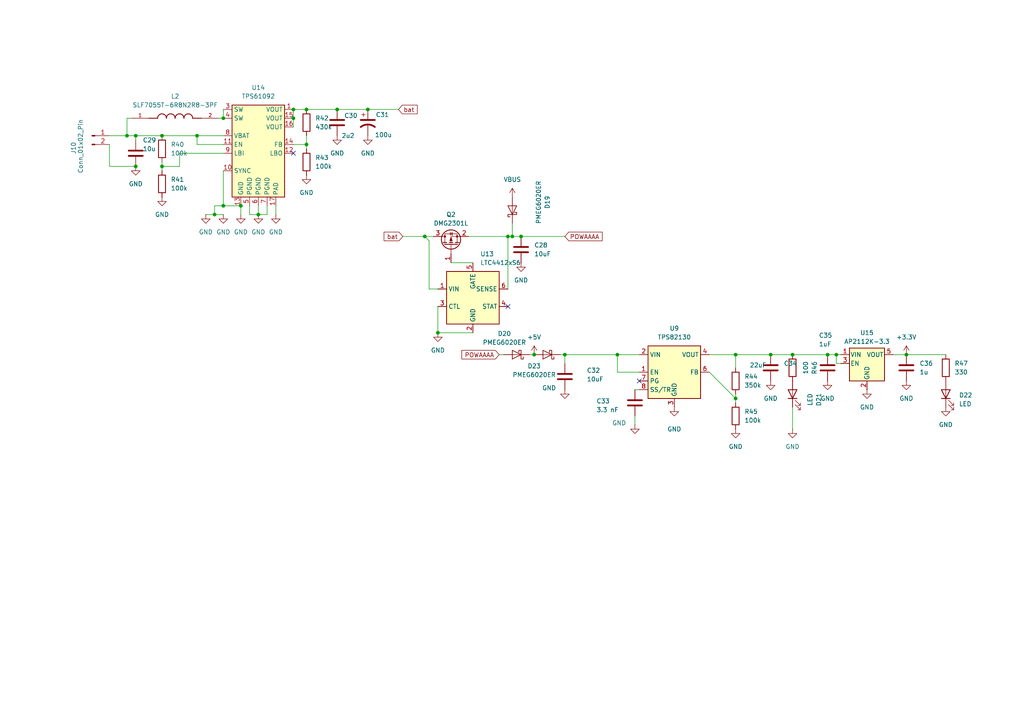
<source format=kicad_sch>
(kicad_sch (version 20250114) (generator "eeschema") (generator_version "9.0")
  (paper "A4")
  (lib_symbols
    (symbol "Connector:Conn_01x02_Pin" (pin_names (offset 1.016) (hide yes))
      (property "Reference" "J" (at 0 2.54 0))
      (property "Value" "Conn_01x02_Pin" (at 0 -5.08 0))
      (symbol "Conn_01x02_Pin_1_1"
        (rectangle (start 0.8636 0.127) (end 0 -0.127) (stroke (width 0.1524)) (fill (type outline)))
        (rectangle (start 0.8636 -2.413) (end 0 -2.667) (stroke (width 0.1524)) (fill (type outline)))
        (polyline (pts (xy 1.27 0) (xy 0.8636 0)) (stroke (width 0.1524)))
        (polyline (pts (xy 1.27 -2.54) (xy 0.8636 -2.54)) (stroke (width 0.1524)))
        (pin passive line (at 5.08 0 180) (length 3.81) (name "Pin_1") (number "1"))
        (pin passive line (at 5.08 -2.54 180) (length 3.81) (name "Pin_2") (number "2"))
      )
    )
    (symbol "Device:C" (pin_numbers (hide yes)) (pin_names (offset 0.254))
      (property "Reference" "C" (at 0.635 2.54 0))
      (property "Value" "C" (at 0.635 -2.54 0))
      (symbol "C_0_1"
        (polyline (pts (xy -2.032 0.762) (xy 2.032 0.762)) (stroke (width 0.508)))
        (polyline (pts (xy -2.032 -0.762) (xy 2.032 -0.762)) (stroke (width 0.508)))
      )
      (symbol "C_1_1"
        (pin passive line (at 0 3.81 270) (length 2.794) (name "~") (number "1"))
        (pin passive line (at 0 -3.81 90) (length 2.794) (name "~") (number "2"))
      )
    )
    (symbol "Device:C_Polarized_US" (pin_numbers (hide yes)) (pin_names (offset 0.254) (hide yes))
      (property "Reference" "C" (at 0.635 2.54 0))
      (property "Value" "C_Polarized_US" (at 0.635 -2.54 0))
      (symbol "C_Polarized_US_0_1"
        (polyline (pts (xy -2.032 0.762) (xy 2.032 0.762)) (stroke (width 0.508)))
        (polyline (pts (xy -1.778 2.286) (xy -0.762 2.286)))
        (polyline (pts (xy -1.27 1.778) (xy -1.27 2.794)))
        (arc (start -2.032 -1.27) (mid 0 -0.5572) (end 2.032 -1.27) (stroke (width 0.508)))
      )
      (symbol "C_Polarized_US_1_1"
        (pin passive line (at 0 3.81 270) (length 2.794) (name "~") (number "1"))
        (pin passive line (at 0 -3.81 90) (length 3.302) (name "~") (number "2"))
      )
    )
    (symbol "Device:LED" (pin_numbers (hide yes)) (pin_names (offset 1.016) (hide yes))
      (property "Reference" "D" (at 0 2.54 0))
      (property "Value" "LED" (at 0 -2.54 0))
      (symbol "LED_0_1"
        (polyline (pts (xy -3.048 -0.762) (xy -4.572 -2.286) (xy -3.81 -2.286) (xy -4.572 -2.286) (xy -4.572 -1.524)))
        (polyline (pts (xy -1.778 -0.762) (xy -3.302 -2.286) (xy -2.54 -2.286) (xy -3.302 -2.286) (xy -3.302 -1.524)))
        (polyline (pts (xy -1.27 0) (xy 1.27 0)))
        (polyline (pts (xy -1.27 -1.27) (xy -1.27 1.27)) (stroke (width 0.254)))
        (polyline (pts (xy 1.27 -1.27) (xy 1.27 1.27) (xy -1.27 0) (xy 1.27 -1.27)) (stroke (width 0.254)))
      )
      (symbol "LED_1_1"
        (pin passive line (at -3.81 0 0) (length 2.54) (name "K") (number "1"))
        (pin passive line (at 3.81 0 180) (length 2.54) (name "A") (number "2"))
      )
    )
    (symbol "Device:R" (pin_numbers (hide yes)) (pin_names (offset 0))
      (property "Reference" "R" (at 2.032 0 90))
      (property "Value" "R" (at 0 0 90))
      (symbol "R_0_1"
        (rectangle (start -1.016 -2.54) (end 1.016 2.54) (stroke (width 0.254)))
      )
      (symbol "R_1_1"
        (pin passive line (at 0 3.81 270) (length 1.27) (name "~") (number "1"))
        (pin passive line (at 0 -3.81 90) (length 1.27) (name "~") (number "2"))
      )
    )
    (symbol "Diode:PMEG6020ER" (pin_numbers (hide yes)) (pin_names (hide yes))
      (property "Reference" "D" (at 0 2.54 0))
      (property "Value" "PMEG6020ER" (at 0 -2.54 0))
      (symbol "PMEG6020ER_0_1"
        (polyline (pts (xy -1.905 0.635) (xy -1.905 1.27) (xy -1.27 1.27) (xy -1.27 -1.27) (xy -0.635 -1.27) (xy -0.635 -0.635)) (stroke (width 0.2032)))
        (polyline (pts (xy 1.27 1.27) (xy 1.27 -1.27) (xy -1.27 0) (xy 1.27 1.27)) (stroke (width 0.2032)))
        (polyline (pts (xy 1.27 0) (xy -1.27 0)))
      )
      (symbol "PMEG6020ER_1_1"
        (pin passive line (at -3.81 0 0) (length 2.54) (name "K") (number "1"))
        (pin passive line (at 3.81 0 180) (length 2.54) (name "A") (number "2"))
      )
    )
    (symbol "Power_Management:LTC4412xS6"
      (property "Reference" "U" (at -6.35 8.89 0))
      (property "Value" "LTC4412xS6" (at 6.35 8.89 0))
      (symbol "LTC4412xS6_0_1"
        (rectangle (start -7.62 7.62) (end 7.62 -7.62) (stroke (width 0.254)) (fill (type background)))
      )
      (symbol "LTC4412xS6_1_1"
        (pin power_in line (at -10.16 2.54 0) (length 2.54) (name "VIN") (number "1"))
        (pin input line (at -10.16 -2.54 0) (length 2.54) (name "CTL") (number "3"))
        (pin output line (at 0 10.16 270) (length 2.54) (name "GATE") (number "5"))
        (pin power_in line (at 0 -10.16 90) (length 2.54) (name "GND") (number "2"))
        (pin input line (at 10.16 2.54 180) (length 2.54) (name "SENSE") (number "6"))
        (pin open_collector line (at 10.16 -2.54 180) (length 2.54) (name "STAT") (number "4"))
      )
    )
    (symbol "Regulator_Linear:AP2112K-3.3" (pin_names (offset 0.254))
      (property "Reference" "U" (at -5.08 5.715 0))
      (property "Value" "AP2112K-3.3" (at 0 5.715 0))
      (symbol "AP2112K-3.3_0_1"
        (rectangle (start -5.08 4.445) (end 5.08 -5.08) (stroke (width 0.254)) (fill (type background)))
      )
      (symbol "AP2112K-3.3_1_1"
        (pin power_in line (at -7.62 2.54 0) (length 2.54) (name "VIN") (number "1"))
        (pin input line (at -7.62 0 0) (length 2.54) (name "EN") (number "3"))
        (pin power_in line (at 0 -7.62 90) (length 2.54) (name "GND") (number "2"))
        (pin no_connect line (at 5.08 0 180) (length 2.54) (hide yes) (name "NC") (number "4"))
        (pin power_out line (at 7.62 2.54 180) (length 2.54) (name "VOUT") (number "5"))
      )
    )
    (symbol "Regulator_Switching:TPS61092"
      (property "Reference" "U" (at -7.62 15.24 0))
      (property "Value" "TPS61092" (at 1.27 15.24 0))
      (symbol "TPS61092_0_0"
        (pin passive line (at -10.16 12.7 0) (length 2.54) (name "SW") (number "3"))
        (pin passive line (at -10.16 10.16 0) (length 2.54) (name "SW") (number "4"))
        (pin power_in line (at -10.16 5.08 0) (length 2.54) (name "VBAT") (number "8"))
        (pin input line (at -10.16 2.54 0) (length 2.54) (name "EN") (number "11"))
        (pin input line (at -10.16 0 0) (length 2.54) (name "LBI") (number "9"))
        (pin input line (at -10.16 -5.08 0) (length 2.54) (name "SYNC") (number "10"))
        (pin power_in line (at -5.08 -15.24 90) (length 2.54) (name "GND") (number "13"))
        (pin power_in line (at -2.54 -15.24 90) (length 2.54) (name "PGND") (number "5"))
        (pin power_in line (at 0 -15.24 90) (length 2.54) (name "PGND") (number "6"))
        (pin power_in line (at 2.54 -15.24 90) (length 2.54) (name "PGND") (number "7"))
        (pin power_in line (at 5.08 -15.24 90) (length 2.54) (name "PAD") (number "17"))
        (pin power_out line (at 10.16 12.7 180) (length 2.54) (name "VOUT") (number "1"))
        (pin passive line (at 10.16 10.16 180) (length 2.54) (name "VOUT") (number "15"))
        (pin passive line (at 10.16 7.62 180) (length 2.54) (name "VOUT") (number "16"))
        (pin input line (at 10.16 2.54 180) (length 2.54) (name "FB") (number "14"))
        (pin open_collector line (at 10.16 0 180) (length 2.54) (name "LBO") (number "12"))
        (pin no_connect line (at 10.16 -5.08 180) (length 2.54) (hide yes) (name "NC") (number "2"))
      )
      (symbol "TPS61092_0_1"
        (rectangle (start -7.62 13.97) (end 7.62 -12.7) (stroke (width 0.254)) (fill (type background)))
      )
    )
    (symbol "Regulator_Switching:TPS82130"
      (property "Reference" "U" (at 1.27 11.43 0))
      (property "Value" "TPS82130" (at 5.08 8.89 0))
      (symbol "TPS82130_0_1"
        (rectangle (start -7.62 7.62) (end 7.62 -7.62) (stroke (width 0.254)) (fill (type background)))
      )
      (symbol "TPS82130_1_1"
        (pin power_in line (at -10.16 5.08 0) (length 2.54) (name "VIN") (number "2"))
        (pin input line (at -10.16 0 0) (length 2.54) (name "EN") (number "1"))
        (pin open_collector line (at -10.16 -2.54 0) (length 2.54) (name "PG") (number "7"))
        (pin input line (at -10.16 -5.08 0) (length 2.54) (name "SS/TR") (number "8"))
        (pin power_in line (at 0 -10.16 90) (length 2.54) (name "GND") (number "3"))
        (pin passive line (at 0 -10.16 90) (length 2.54) (hide yes) (name "GND") (number "9"))
        (pin power_out line (at 10.16 5.08 180) (length 2.54) (name "VOUT") (number "4"))
        (pin passive line (at 10.16 5.08 180) (length 2.54) (hide yes) (name "VOUT") (number "5"))
        (pin input line (at 10.16 0 180) (length 2.54) (name "FB") (number "6"))
      )
    )
    (symbol "SLF7055T-6R8N2R8-3PF[1]:SLF7055T-6R8N2R8-3PF" (pin_names (offset 1.016))
      (property "Reference" "L" (at -10.16 5.08 0))
      (property "Value" "SLF7055T-6R8N2R8-3PF" (at -10.16 -5.08 0))
      (symbol "SLF7055T-6R8N2R8-3PF_0_0"
        (polyline (pts (xy -5.08 0) (xy -7.62 0)) (stroke (width 0.254)))
        (arc (start -5.08 0) (mid -3.81 1.2645) (end -2.54 0) (stroke (width 0.254)))
        (arc (start -2.54 0) (mid -1.27 1.2645) (end 0 0) (stroke (width 0.254)))
        (arc (start 0 0) (mid 1.27 1.2645) (end 2.54 0) (stroke (width 0.254)))
        (arc (start 2.54 0) (mid 3.81 1.2645) (end 5.08 0) (stroke (width 0.254)))
        (polyline (pts (xy 5.08 0) (xy 7.62 0)) (stroke (width 0.254)))
        (pin passive line (at -12.7 0 0) (length 5.08) (name "~") (number "1"))
        (pin passive line (at 12.7 0 180) (length 5.08) (name "~") (number "2"))
      )
    )
    (symbol "Transistor_FET:DMG2301L" (pin_names (hide yes))
      (property "Reference" "Q" (at 5.08 1.905 0))
      (property "Value" "DMG2301L" (at 5.08 0 0))
      (symbol "DMG2301L_0_1"
        (polyline (pts (xy 0.254 1.905) (xy 0.254 -1.905)) (stroke (width 0.254)))
        (polyline (pts (xy 0.254 0) (xy -2.54 0)))
        (polyline (pts (xy 0.762 2.286) (xy 0.762 1.27)) (stroke (width 0.254)))
        (polyline (pts (xy 0.762 1.778) (xy 3.302 1.778) (xy 3.302 -1.778) (xy 0.762 -1.778)))
        (polyline (pts (xy 0.762 0.508) (xy 0.762 -0.508)) (stroke (width 0.254)))
        (polyline (pts (xy 0.762 -1.27) (xy 0.762 -2.286)) (stroke (width 0.254)))
        (circle (center 1.651 0) (radius 2.794) (stroke (width 0.254)))
        (polyline (pts (xy 2.286 0) (xy 1.27 0.381) (xy 1.27 -0.381) (xy 2.286 0)) (fill (type outline)))
        (polyline (pts (xy 2.54 2.54) (xy 2.54 1.778)))
        (circle (center 2.54 1.778) (radius 0.254) (fill (type outline)))
        (circle (center 2.54 -1.778) (radius 0.254) (fill (type outline)))
        (polyline (pts (xy 2.54 -2.54) (xy 2.54 0) (xy 0.762 0)))
        (polyline (pts (xy 2.794 -0.508) (xy 2.921 -0.381) (xy 3.683 -0.381) (xy 3.81 -0.254)))
        (polyline (pts (xy 3.302 -0.381) (xy 2.921 0.254) (xy 3.683 0.254) (xy 3.302 -0.381)))
      )
      (symbol "DMG2301L_1_1"
        (pin input line (at -5.08 0 0) (length 2.54) (name "G") (number "1"))
        (pin passive line (at 2.54 5.08 270) (length 2.54) (name "D") (number "3"))
        (pin passive line (at 2.54 -5.08 90) (length 2.54) (name "S") (number "2"))
      )
    )
    (symbol "power:+3.3V" (power) (pin_numbers (hide yes)) (pin_names (offset 0) (hide yes))
      (property "Value" "+3.3V" (at 0 3.556 0))
      (symbol "+3.3V_0_1"
        (polyline (pts (xy -0.762 1.27) (xy 0 2.54)))
        (polyline (pts (xy 0 2.54) (xy 0.762 1.27)))
        (polyline (pts (xy 0 0) (xy 0 2.54)))
      )
      (symbol "+3.3V_1_1"
        (pin power_in line (at 0 0 90) (length 0) (name "~") (number "1"))
      )
    )
    (symbol "power:+5V" (power) (pin_numbers (hide yes)) (pin_names (offset 0) (hide yes))
      (property "Value" "+5V" (at 0 3.556 0))
      (symbol "+5V_0_1"
        (polyline (pts (xy -0.762 1.27) (xy 0 2.54)))
        (polyline (pts (xy 0 2.54) (xy 0.762 1.27)))
        (polyline (pts (xy 0 0) (xy 0 2.54)))
      )
      (symbol "+5V_1_1"
        (pin power_in line (at 0 0 90) (length 0) (name "~") (number "1"))
      )
    )
    (symbol "power:GND" (power) (pin_numbers (hide yes)) (pin_names (offset 0) (hide yes))
      (property "Value" "GND" (at 0 -3.81 0))
      (symbol "GND_0_1"
        (polyline (pts (xy 0 0) (xy 0 -1.27) (xy 1.27 -1.27) (xy 0 -2.54) (xy -1.27 -1.27) (xy 0 -1.27)))
      )
      (symbol "GND_1_1"
        (pin power_in line (at 0 0 270) (length 0) (name "~") (number "1"))
      )
    )
    (symbol "power:VBUS" (power) (pin_numbers (hide yes)) (pin_names (offset 0) (hide yes))
      (property "Value" "VBUS" (at 0 3.556 0))
      (symbol "VBUS_0_1"
        (polyline (pts (xy -0.762 1.27) (xy 0 2.54)))
        (polyline (pts (xy 0 2.54) (xy 0.762 1.27)))
        (polyline (pts (xy 0 0) (xy 0 2.54)))
      )
      (symbol "VBUS_1_1"
        (pin power_in line (at 0 0 90) (length 0) (name "~") (number "1"))
      )
    )
  )
  (junction (at 97.79 31.75))
  (junction (at 46.99 48.26))
  (junction (at 213.36 102.87))
  (junction (at 36.83 39.37))
  (junction (at 179.07 102.87))
  (junction (at 127 96.52))
  (junction (at 242.57 102.87))
  (junction (at 106.68 31.75))
  (junction (at 85.09 31.75))
  (junction (at 62.23 62.23))
  (junction (at 46.99 39.37))
  (junction (at 229.87 102.87))
  (junction (at 39.37 39.37))
  (junction (at 88.9 31.75))
  (junction (at 123.19 68.58))
  (junction (at 74.93 62.23))
  (junction (at 88.9 41.91))
  (junction (at 69.85 59.69))
  (junction (at 240.03 102.87))
  (junction (at 154.94 102.87))
  (junction (at 57.15 39.37))
  (junction (at 151.13 68.58))
  (junction (at 85.09 34.29))
  (junction (at 213.36 115.57))
  (junction (at 223.52 102.87))
  (junction (at 64.77 59.69))
  (junction (at 262.89 102.87))
  (junction (at 163.83 102.87))
  (junction (at 147.32 68.58))
  (junction (at 39.37 48.26))
  (junction (at 64.77 34.29))
  (junction (at 148.59 68.58))
  (no_connect (at 147.32 88.9))
  (no_connect (at 185.42 110.49))
  (no_connect (at 85.09 44.45))
  (wire (pts (xy 80.01 62.23) (xy 80.01 59.69)))
  (wire (pts (xy 213.36 106.68) (xy 213.36 102.87)))
  (wire (pts (xy 39.37 39.37) (xy 46.99 39.37)))
  (wire (pts (xy 213.36 102.87) (xy 223.52 102.87)))
  (wire (pts (xy 153.67 102.87) (xy 154.94 102.87)))
  (wire (pts (xy 163.83 105.41) (xy 163.83 102.87)))
  (wire (pts (xy 62.23 59.69) (xy 64.77 59.69)))
  (wire (pts (xy 205.74 102.87) (xy 213.36 102.87)))
  (wire (pts (xy 36.83 34.29) (xy 36.83 39.37)))
  (wire (pts (xy 259.08 102.87) (xy 262.89 102.87)))
  (wire (pts (xy 88.9 43.18) (xy 88.9 41.91)))
  (wire (pts (xy 130.81 76.2) (xy 137.16 76.2)))
  (wire (pts (xy 52.07 44.45) (xy 52.07 48.26)))
  (wire (pts (xy 127 96.52) (xy 137.16 96.52)))
  (wire (pts (xy 184.15 113.03) (xy 185.42 113.03)))
  (wire (pts (xy 77.47 62.23) (xy 77.47 59.69)))
  (wire (pts (xy 106.68 31.75) (xy 115.57 31.75)))
  (wire (pts (xy 64.77 59.69) (xy 69.85 59.69)))
  (wire (pts (xy 184.15 120.65) (xy 184.15 123.19)))
  (wire (pts (xy 85.09 34.29) (xy 85.09 36.83)))
  (wire (pts (xy 262.89 102.87) (xy 274.32 102.87)))
  (wire (pts (xy 31.75 41.91) (xy 31.75 48.26)))
  (wire (pts (xy 97.79 31.75) (xy 88.9 31.75)))
  (wire (pts (xy 64.77 49.53) (xy 64.77 59.69)))
  (wire (pts (xy 124.46 83.82) (xy 127 83.82)))
  (wire (pts (xy 116.84 68.58) (xy 123.19 68.58)))
  (wire (pts (xy 39.37 39.37) (xy 39.37 40.64)))
  (wire (pts (xy 59.69 62.23) (xy 62.23 62.23)))
  (wire (pts (xy 242.57 102.87) (xy 243.84 102.87)))
  (wire (pts (xy 88.9 41.91) (xy 88.9 39.37)))
  (wire (pts (xy 123.19 68.58) (xy 125.73 68.58)))
  (wire (pts (xy 69.85 62.23) (xy 69.85 59.69)))
  (wire (pts (xy 162.56 102.87) (xy 163.83 102.87)))
  (wire (pts (xy 213.36 114.3) (xy 213.36 115.57)))
  (wire (pts (xy 88.9 31.75) (xy 85.09 31.75)))
  (wire (pts (xy 106.68 31.75) (xy 97.79 31.75)))
  (wire (pts (xy 127 96.52) (xy 127 88.9)))
  (wire (pts (xy 64.77 31.75) (xy 64.77 34.29)))
  (wire (pts (xy 229.87 118.11) (xy 229.87 124.46)))
  (wire (pts (xy 31.75 39.37) (xy 36.83 39.37)))
  (wire (pts (xy 36.83 39.37) (xy 39.37 39.37)))
  (wire (pts (xy 229.87 102.87) (xy 240.03 102.87)))
  (wire (pts (xy 223.52 102.87) (xy 229.87 102.87)))
  (wire (pts (xy 163.83 102.87) (xy 179.07 102.87)))
  (wire (pts (xy 46.99 49.53) (xy 46.99 48.26)))
  (wire (pts (xy 135.89 68.58) (xy 147.32 68.58)))
  (wire (pts (xy 242.57 105.41) (xy 242.57 102.87)))
  (wire (pts (xy 31.75 48.26) (xy 39.37 48.26)))
  (wire (pts (xy 74.93 59.69) (xy 74.93 62.23)))
  (wire (pts (xy 57.15 39.37) (xy 64.77 39.37)))
  (wire (pts (xy 46.99 48.26) (xy 46.99 46.99)))
  (wire (pts (xy 213.36 116.84) (xy 213.36 115.57)))
  (wire (pts (xy 240.03 102.87) (xy 242.57 102.87)))
  (wire (pts (xy 74.93 62.23) (xy 77.47 62.23)))
  (wire (pts (xy 57.15 41.91) (xy 64.77 41.91)))
  (wire (pts (xy 205.74 107.95) (xy 213.36 115.57)))
  (wire (pts (xy 36.83 34.29) (xy 38.1 34.29)))
  (wire (pts (xy 151.13 68.58) (xy 163.83 68.58)))
  (wire (pts (xy 124.46 69.85) (xy 123.19 68.58)))
  (wire (pts (xy 62.23 59.69) (xy 62.23 62.23)))
  (wire (pts (xy 62.23 62.23) (xy 64.77 62.23)))
  (wire (pts (xy 64.77 44.45) (xy 52.07 44.45)))
  (wire (pts (xy 63.5 34.29) (xy 64.77 34.29)))
  (wire (pts (xy 85.09 41.91) (xy 88.9 41.91)))
  (wire (pts (xy 72.39 59.69) (xy 72.39 62.23)))
  (wire (pts (xy 46.99 48.26) (xy 52.07 48.26)))
  (wire (pts (xy 185.42 107.95) (xy 179.07 107.95)))
  (wire (pts (xy 179.07 102.87) (xy 185.42 102.87)))
  (wire (pts (xy 85.09 31.75) (xy 85.09 34.29)))
  (wire (pts (xy 147.32 68.58) (xy 148.59 68.58)))
  (wire (pts (xy 72.39 62.23) (xy 74.93 62.23)))
  (wire (pts (xy 148.59 64.77) (xy 148.59 68.58)))
  (wire (pts (xy 46.99 39.37) (xy 57.15 39.37)))
  (wire (pts (xy 148.59 68.58) (xy 151.13 68.58)))
  (wire (pts (xy 146.05 102.87) (xy 144.78 102.87)))
  (wire (pts (xy 179.07 107.95) (xy 179.07 102.87)))
  (wire (pts (xy 124.46 83.82) (xy 124.46 69.85)))
  (wire (pts (xy 243.84 105.41) (xy 242.57 105.41)))
  (wire (pts (xy 57.15 39.37) (xy 57.15 41.91)))
  (wire (pts (xy 147.32 68.58) (xy 147.32 83.82)))
  (global_label "bat" (shape input) (at 116.84 68.58 180) (property "Intersheetrefs" "${INTERSHEET_REFS}" (effects (hide yes))))
  (global_label "POWAAAA" (shape input) (at 144.78 102.87 180) (property "Intersheetrefs" "${INTERSHEET_REFS}" (effects (hide yes))))
  (global_label "POWAAAA" (shape input) (at 163.83 68.58 0) (property "Intersheetrefs" "${INTERSHEET_REFS}" (effects (hide yes))))
  (global_label "bat" (shape input) (at 115.57 31.75 0) (property "Intersheetrefs" "${INTERSHEET_REFS}" (effects (hide yes))))
  (symbol (lib_id "Regulator_Linear:AP2112K-3.3") (at 251.46 105.41 0) (unit 1)
    (property "Reference" "U15" (at 251.46 96.52 0))
    (property "Value" "AP2112K-3.3" (at 251.46 99.06 0))
    (property "Footprint" "Package_TO_SOT_SMD:SOT-23-5" (effects (hide yes)))
    (property "Datasheet" "https://www.diodes.com/assets/Datasheets/AP2112.pdf" (effects (hide yes)))
    (property "Description" "600mA low dropout linear regulator, with enable pin, 3.8V-6V input voltage range, 3.3V fixed positive output, SOT-23-5" (effects (hide yes)))
  )
  (symbol (lib_id "power:GND") (at 163.83 113.03 0) (unit 1)
    (property "Reference" "#PWR0143" (effects (hide yes)))
    (property "Value" "GND" (at 159.258 112.522 0))
    (property "Description" "Power symbol creates a global label with name \"GND\" , ground" (effects (hide yes)))
  )
  (symbol (lib_id "Device:LED") (at 274.32 114.3 90) (unit 1)
    (property "Reference" "D22" (at 278.13 114.6174 90) (effects (justify right)))
    (property "Value" "LED" (at 278.13 117.1574 90) (effects (justify right)))
    (property "Footprint" "LED_SMD:LED_0603_1608Metric" (effects (hide yes)))
    (property "Description" "Light emitting diode" (effects (hide yes)))
    (property "Sim.Pins" "1=K 2=A" (effects (hide yes)))
  )
  (symbol (lib_id "Device:C") (at 151.13 72.39 0) (unit 1)
    (property "Reference" "C28" (at 154.94 71.1199 0) (effects (justify left)))
    (property "Value" "10uF" (at 154.94 73.6599 0) (effects (justify left)))
    (property "Footprint" "Capacitor_SMD:C_0603_1608Metric" (effects (hide yes)))
    (property "Description" "Unpolarized capacitor" (effects (hide yes)))
  )
  (symbol (lib_id "Device:R") (at 46.99 43.18 0) (unit 1)
    (property "Reference" "R40" (at 49.53 41.9099 0) (effects (justify left)))
    (property "Value" "100k" (at 49.53 44.4499 0) (effects (justify left)))
    (property "Footprint" "Resistor_SMD:R_0603_1608Metric" (effects (hide yes)))
    (property "Description" "Resistor" (effects (hide yes)))
  )
  (symbol (lib_id "Diode:PMEG6020ER") (at 158.75 102.87 180) (unit 1)
    (property "Reference" "D23" (at 154.94 106.172 0))
    (property "Value" "PMEG6020ER" (at 154.94 108.712 0))
    (property "Footprint" "Diode_SMD:Nexperia_CFP3_SOD-123W" (effects (hide yes)))
    (property "Datasheet" "https://assets.nexperia.com/documents/data-sheet/PMEG6020ER.pdf" (effects (hide yes)))
    (property "Description" "60V, 2A low Vf MEGA Schottky barrier rectifier, SOD-123W" (effects (hide yes)))
  )
  (symbol (lib_id "power:GND") (at 69.85 62.23 0) (unit 1)
    (property "Reference" "#PWR0130" (effects (hide yes)))
    (property "Value" "GND" (at 69.85 67.31 0))
    (property "Description" "Power symbol creates a global label with name \"GND\" , ground" (effects (hide yes)))
  )
  (symbol (lib_id "power:GND") (at 59.69 62.23 0) (unit 1)
    (property "Reference" "#PWR039" (effects (hide yes)))
    (property "Value" "GND" (at 59.69 67.31 0))
    (property "Description" "Power symbol creates a global label with name \"GND\" , ground" (effects (hide yes)))
  )
  (symbol (lib_id "power:GND") (at 184.15 123.19 0) (unit 1)
    (property "Reference" "#PWR0201" (effects (hide yes)))
    (property "Value" "GND" (at 179.578 122.682 0))
    (property "Description" "Power symbol creates a global label with name \"GND\" , ground" (effects (hide yes)))
  )
  (symbol (lib_id "Device:R") (at 213.36 120.65 0) (unit 1)
    (property "Reference" "R45" (at 215.9 119.3799 0) (effects (justify left)))
    (property "Value" "100k" (at 215.9 121.9199 0) (effects (justify left)))
    (property "Footprint" "Resistor_SMD:R_0603_1608Metric" (effects (hide yes)))
    (property "Description" "Resistor" (effects (hide yes)))
  )
  (symbol (lib_id "Device:R") (at 213.36 110.49 0) (unit 1)
    (property "Reference" "R44" (at 215.9 109.2199 0) (effects (justify left)))
    (property "Value" "350k" (at 215.9 111.7599 0) (effects (justify left)))
    (property "Footprint" "Resistor_SMD:R_0603_1608Metric" (effects (hide yes)))
    (property "Description" "Resistor" (effects (hide yes)))
  )
  (symbol (lib_id "Power_Management:LTC4412xS6") (at 137.16 86.36 0) (unit 1)
    (property "Reference" "U13" (at 139.3033 73.66 0) (effects (justify left)))
    (property "Value" "LTC4412xS6" (at 139.3033 76.2 0) (effects (justify left)))
    (property "Footprint" "Package_TO_SOT_SMD:TSOT-23-6" (effects (hide yes)))
    (property "Datasheet" "https://www.analog.com/media/en/technical-documentation/data-sheets/4412fb.pdf" (effects (hide yes)))
    (property "Description" "Low Loss PowerPath Controller, TSOT-23-6" (effects (hide yes)))
  )
  (symbol (lib_id "power:GND") (at 39.37 48.26 0) (unit 1)
    (property "Reference" "#PWR037" (effects (hide yes)))
    (property "Value" "GND" (at 39.37 53.34 0))
    (property "Description" "Power symbol creates a global label with name \"GND\" , ground" (effects (hide yes)))
  )
  (symbol (lib_id "power:+5V") (at 154.94 102.87 0) (unit 1)
    (property "Reference" "#PWR07" (effects (hide yes)))
    (property "Value" "+5V" (at 154.94 97.79 0))
    (property "Description" "Power symbol creates a global label with name \"+5V\"" (effects (hide yes)))
  )
  (symbol (lib_id "Device:R") (at 88.9 46.99 0) (unit 1)
    (property "Reference" "R43" (at 91.44 45.7199 0) (effects (justify left)))
    (property "Value" "100k" (at 91.44 48.2599 0) (effects (justify left)))
    (property "Footprint" "Resistor_SMD:R_0603_1608Metric" (effects (hide yes)))
    (property "Description" "Resistor" (effects (hide yes)))
  )
  (symbol (lib_id "power:GND") (at 127 96.52 0) (unit 1)
    (property "Reference" "#PWR035" (effects (hide yes)))
    (property "Value" "GND" (at 127 101.6 0))
    (property "Description" "Power symbol creates a global label with name \"GND\" , ground" (effects (hide yes)))
  )
  (symbol (lib_id "power:GND") (at 97.79 39.37 0) (unit 1)
    (property "Reference" "#PWR0138" (effects (hide yes)))
    (property "Value" "GND" (at 97.79 44.45 0))
    (property "Description" "Power symbol creates a global label with name \"GND\" , ground" (effects (hide yes)))
  )
  (symbol (lib_id "Diode:PMEG6020ER") (at 149.86 102.87 180) (unit 1)
    (property "Reference" "D20" (at 146.304 96.774 0))
    (property "Value" "PMEG6020ER" (at 146.304 99.314 0))
    (property "Footprint" "Diode_SMD:Nexperia_CFP3_SOD-123W" (effects (hide yes)))
    (property "Datasheet" "https://assets.nexperia.com/documents/data-sheet/PMEG6020ER.pdf" (effects (hide yes)))
    (property "Description" "60V, 2A low Vf MEGA Schottky barrier rectifier, SOD-123W" (effects (hide yes)))
  )
  (symbol (lib_id "power:GND") (at 64.77 62.23 0) (unit 1)
    (property "Reference" "#PWR040" (effects (hide yes)))
    (property "Value" "GND" (at 64.77 67.31 0))
    (property "Description" "Power symbol creates a global label with name \"GND\" , ground" (effects (hide yes)))
  )
  (symbol (lib_id "power:GND") (at 240.03 110.49 0) (unit 1)
    (property "Reference" "#PWR043" (effects (hide yes)))
    (property "Value" "GND" (at 240.03 115.57 0))
    (property "Description" "Power symbol creates a global label with name \"GND\" , ground" (effects (hide yes)))
  )
  (symbol (lib_id "power:GND") (at 106.68 39.37 0) (unit 1)
    (property "Reference" "#PWR0139" (effects (hide yes)))
    (property "Value" "GND" (at 106.68 44.45 0))
    (property "Description" "Power symbol creates a global label with name \"GND\" , ground" (effects (hide yes)))
  )
  (symbol (lib_id "power:GND") (at 80.01 62.23 0) (unit 1)
    (property "Reference" "#PWR0136" (effects (hide yes)))
    (property "Value" "GND" (at 80.01 67.31 0))
    (property "Description" "Power symbol creates a global label with name \"GND\" , ground" (effects (hide yes)))
  )
  (symbol (lib_id "SLF7055T-6R8N2R8-3PF[1]:SLF7055T-6R8N2R8-3PF") (at 50.8 34.29 0) (unit 1)
    (property "Reference" "L2" (at 50.8 27.94 0))
    (property "Value" "SLF7055T-6R8N2R8-3PF" (at 50.8 30.48 0))
    (property "Footprint" "Inductor_SMD:L_7.3x7.3_H4.5" (effects (hide yes)))
    (property "MF" "TDK" (effects (hide yes)))
    (property "MAXIMUM_PACKAGE_HEIGHT" "5.8 mm" (effects (hide yes)))
    (property "Package" "NON STANDARD-2 TDK" (effects (hide yes)))
    (property "Price" "None" (effects (hide yes)))
    (property "Check_prices" "https://www.snapeda.com/parts/SLF7055T-6R8N2R8-3PF/TDK/view-part/?ref=eda" (effects (hide yes)))
    (property "STANDARD" "Manufacturer Recommendations" (effects (hide yes)))
    (property "PARTREV" "N/A" (effects (hide yes)))
    (property "SnapEDA_Link" "https://www.snapeda.com/parts/SLF7055T-6R8N2R8-3PF/TDK/view-part/?ref=snap" (effects (hide yes)))
    (property "MP" "SLF7055T-6R8N2R8-3PF" (effects (hide yes)))
    (property "Description_1" "Inductor Power Shielded Wirewound 6.8uH 30% 100KHz Ferrite 2.8A 44.2mOhm DCR T/R" (effects (hide yes)))
    (property "Availability" "In Stock" (effects (hide yes)))
    (property "MANUFACTURER" "TDK" (effects (hide yes)))
  )
  (symbol (lib_id "power:VBUS") (at 148.59 57.15 0) (unit 1)
    (property "Reference" "#PWR01" (effects (hide yes)))
    (property "Value" "VBUS" (at 148.59 52.07 0))
    (property "Description" "Power symbol creates a global label with name \"VBUS\"" (effects (hide yes)))
  )
  (symbol (lib_id "power:GND") (at 274.32 118.11 0) (unit 1)
    (property "Reference" "#PWR0207" (effects (hide yes)))
    (property "Value" "GND" (at 274.32 123.19 0))
    (property "Description" "Power symbol creates a global label with name \"GND\" , ground" (effects (hide yes)))
  )
  (symbol (lib_id "Regulator_Switching:TPS61092") (at 74.93 44.45 0) (unit 1)
    (property "Reference" "U14" (at 74.93 25.4 0))
    (property "Value" "TPS61092" (at 74.93 27.94 0))
    (property "Footprint" "Package_DFN_QFN:Texas_RSA_VQFN-16-1EP_4x4mm_P0.65mm_EP2.7x2.7mm_ThermalVias" (effects (hide yes)))
    (property "Datasheet" "http://www.ti.com/lit/ds/symlink/tps61090.pdf" (effects (hide yes)))
    (property "Description" "2A Step-Up DC-DC Converter for Batteries, Isw up to 2500mA, 5V Output Voltage, QFN-16" (effects (hide yes)))
  )
  (symbol (lib_id "Device:C") (at 39.37 44.45 0) (unit 1)
    (property "Reference" "C29" (at 41.402 40.64 0) (effects (justify left)))
    (property "Value" "10u" (at 41.402 43.18 0) (effects (justify left)))
    (property "Footprint" "Capacitor_SMD:C_0603_1608Metric" (effects (hide yes)))
    (property "Description" "Unpolarized capacitor" (effects (hide yes)))
  )
  (symbol (lib_id "power:+3.3V") (at 262.89 102.87 0) (mirror y) (unit 1)
    (property "Reference" "#PWR0205" (effects (hide yes)))
    (property "Value" "+3.3V" (at 262.89 97.79 0))
    (property "Description" "Power symbol creates a global label with name \"+3.3V\"" (effects (hide yes)))
  )
  (symbol (lib_id "Device:R") (at 274.32 106.68 0) (unit 1)
    (property "Reference" "R47" (at 276.86 105.4099 0) (effects (justify left)))
    (property "Value" "330" (at 276.86 107.9499 0) (effects (justify left)))
    (property "Footprint" "Resistor_SMD:R_0603_1608Metric" (effects (hide yes)))
    (property "Description" "Resistor" (effects (hide yes)))
  )
  (symbol (lib_id "Device:C") (at 163.83 109.22 0) (unit 1)
    (property "Reference" "C32" (at 170.18 107.442 0) (effects (justify left)))
    (property "Value" "10uF" (at 170.18 109.982 0) (effects (justify left)))
    (property "Footprint" "Capacitor_SMD:C_0603_1608Metric" (effects (hide yes)))
    (property "Description" "Unpolarized capacitor" (effects (hide yes)))
  )
  (symbol (lib_id "power:GND") (at 223.52 110.49 0) (unit 1)
    (property "Reference" "#PWR0203" (effects (hide yes)))
    (property "Value" "GND" (at 223.52 115.57 0))
    (property "Description" "Power symbol creates a global label with name \"GND\" , ground" (effects (hide yes)))
  )
  (symbol (lib_id "Device:C") (at 184.15 116.84 0) (unit 1)
    (property "Reference" "C33" (at 172.974 116.332 0) (effects (justify left)))
    (property "Value" "3.3 nF" (at 172.974 118.872 0) (effects (justify left)))
    (property "Footprint" "Capacitor_SMD:C_0603_1608Metric" (effects (hide yes)))
    (property "Description" "Unpolarized capacitor" (effects (hide yes)))
  )
  (symbol (lib_id "Device:C") (at 240.03 106.68 0) (unit 1)
    (property "Reference" "C35" (at 237.49 97.282 0) (effects (justify left)))
    (property "Value" "1uF" (at 237.49 99.822 0) (effects (justify left)))
    (property "Footprint" "Capacitor_SMD:C_0603_1608Metric" (effects (hide yes)))
    (property "Description" "Unpolarized capacitor" (effects (hide yes)))
  )
  (symbol (lib_id "power:GND") (at 195.58 118.11 0) (unit 1)
    (property "Reference" "#PWR041" (effects (hide yes)))
    (property "Value" "GND" (at 195.58 124.46 0))
    (property "Description" "Power symbol creates a global label with name \"GND\" , ground" (effects (hide yes)))
  )
  (symbol (lib_id "Device:LED") (at 229.87 114.3 90) (unit 1)
    (property "Reference" "D21" (at 237.49 115.8875 0))
    (property "Value" "LED" (at 234.95 115.8875 0))
    (property "Footprint" "LED_SMD:LED_0603_1608Metric" (effects (hide yes)))
    (property "Description" "Light emitting diode" (effects (hide yes)))
    (property "Sim.Pins" "1=K 2=A" (effects (hide yes)))
  )
  (symbol (lib_id "Device:C_Polarized_US") (at 106.68 35.56 0) (unit 1)
    (property "Reference" "C31" (at 108.966 33.274 0) (effects (justify left)))
    (property "Value" "100u" (at 108.712 39.116 0) (effects (justify left)))
    (property "Footprint" "Capacitor_SMD:C_0603_1608Metric" (effects (hide yes)))
    (property "Description" "Polarized capacitor, US symbol" (effects (hide yes)))
  )
  (symbol (lib_id "power:GND") (at 229.87 124.46 0) (unit 1)
    (property "Reference" "#PWR042" (effects (hide yes)))
    (property "Value" "GND" (at 229.87 129.54 0))
    (property "Description" "Power symbol creates a global label with name \"GND\" , ground" (effects (hide yes)))
  )
  (symbol (lib_id "Device:C") (at 97.79 35.56 0) (unit 1)
    (property "Reference" "C30" (at 99.822 33.528 0) (effects (justify left)))
    (property "Value" "2u2" (at 99.06 39.37 0) (effects (justify left)))
    (property "Footprint" "Capacitor_SMD:C_0603_1608Metric" (effects (hide yes)))
    (property "Description" "Unpolarized capacitor" (effects (hide yes)))
  )
  (symbol (lib_id "Device:R") (at 88.9 35.56 0) (unit 1)
    (property "Reference" "R42" (at 91.44 34.2899 0) (effects (justify left)))
    (property "Value" "430k" (at 91.44 36.8299 0) (effects (justify left)))
    (property "Footprint" "Resistor_SMD:R_0603_1608Metric" (effects (hide yes)))
    (property "Description" "Resistor" (effects (hide yes)))
  )
  (symbol (lib_id "Connector:Conn_01x02_Pin") (at 26.67 39.37 0) (unit 1)
    (property "Reference" "J10" (at 21.336 42.926 90))
    (property "Value" "Conn_01x02_Pin" (at 23.368 42.418 90))
    (property "Footprint" "Connector_JST:JST_PH_B2B-PH-K_1x02_P2.00mm_Vertical" (effects (hide yes)))
    (property "Description" "Generic connector, single row, 01x02, script generated" (effects (hide yes)))
  )
  (symbol (lib_id "power:GND") (at 151.13 76.2 0) (unit 1)
    (property "Reference" "#PWR036" (effects (hide yes)))
    (property "Value" "GND" (at 151.13 81.28 0))
    (property "Description" "Power symbol creates a global label with name \"GND\" , ground" (effects (hide yes)))
  )
  (symbol (lib_id "Device:C") (at 223.52 106.68 0) (unit 1)
    (property "Reference" "C34" (at 227.33 105.4099 0) (effects (justify left)))
    (property "Value" "22uF" (at 217.424 105.918 0) (effects (justify left)))
    (property "Footprint" "Capacitor_SMD:C_0603_1608Metric" (effects (hide yes)))
    (property "Description" "Unpolarized capacitor" (effects (hide yes)))
  )
  (symbol (lib_id "power:GND") (at 251.46 113.03 0) (unit 1)
    (property "Reference" "#PWR0204" (effects (hide yes)))
    (property "Value" "GND" (at 251.46 118.11 0))
    (property "Description" "Power symbol creates a global label with name \"GND\" , ground" (effects (hide yes)))
  )
  (symbol (lib_id "Diode:PMEG6020ER") (at 148.59 60.96 90) (unit 1)
    (property "Reference" "D19" (at 158.75 58.674 0))
    (property "Value" "PMEG6020ER" (at 156.21 58.674 0))
    (property "Footprint" "Diode_SMD:Nexperia_CFP3_SOD-123W" (effects (hide yes)))
    (property "Datasheet" "https://assets.nexperia.com/documents/data-sheet/PMEG6020ER.pdf" (effects (hide yes)))
    (property "Description" "60V, 2A low Vf MEGA Schottky barrier rectifier, SOD-123W" (effects (hide yes)))
  )
  (symbol (lib_id "power:GND") (at 213.36 124.46 0) (unit 1)
    (property "Reference" "#PWR0202" (effects (hide yes)))
    (property "Value" "GND" (at 213.36 129.54 0))
    (property "Description" "Power symbol creates a global label with name \"GND\" , ground" (effects (hide yes)))
  )
  (symbol (lib_id "Regulator_Switching:TPS82130") (at 195.58 107.95 0) (unit 1)
    (property "Reference" "U9" (at 195.58 95.25 0))
    (property "Value" "TPS82130" (at 195.58 97.79 0))
    (property "Footprint" "Package_LGA:Texas_SIL0008D_MicroSiP-8-1EP_2.8x3mm_P0.65mm_EP1.1x1.9mm_ThermalVias" (effects (hide yes)))
    (property "Datasheet" "http://www.ti.com/lit/ds/symlink/tps82130.pdf" (effects (hide yes)))
    (property "Description" "17V Input 3A Step-Down Converter MicroSiP Module with Integrated Inductor, μSiL-8" (effects (hide yes)))
  )
  (symbol (lib_id "power:GND") (at 262.89 110.49 0) (unit 1)
    (property "Reference" "#PWR0206" (effects (hide yes)))
    (property "Value" "GND" (at 262.89 115.57 0))
    (property "Description" "Power symbol creates a global label with name \"GND\" , ground" (effects (hide yes)))
  )
  (symbol (lib_id "power:GND") (at 88.9 50.8 0) (unit 1)
    (property "Reference" "#PWR0137" (effects (hide yes)))
    (property "Value" "GND" (at 88.9 55.88 0))
    (property "Description" "Power symbol creates a global label with name \"GND\" , ground" (effects (hide yes)))
  )
  (symbol (lib_id "power:GND") (at 74.93 62.23 0) (unit 1)
    (property "Reference" "#PWR0133" (effects (hide yes)))
    (property "Value" "GND" (at 74.93 67.31 0))
    (property "Description" "Power symbol creates a global label with name \"GND\" , ground" (effects (hide yes)))
  )
  (symbol (lib_id "Device:R") (at 46.99 53.34 0) (unit 1)
    (property "Reference" "R41" (at 49.53 52.0699 0) (effects (justify left)))
    (property "Value" "100k" (at 49.53 54.6099 0) (effects (justify left)))
    (property "Footprint" "Resistor_SMD:R_0603_1608Metric" (effects (hide yes)))
    (property "Description" "Resistor" (effects (hide yes)))
  )
  (symbol (lib_id "Device:R") (at 229.87 106.68 0) (unit 1)
    (property "Reference" "R46" (at 236.22 106.68 90))
    (property "Value" "100" (at 233.68 106.68 90))
    (property "Footprint" "Resistor_SMD:R_0603_1608Metric" (effects (hide yes)))
    (property "Description" "Resistor" (effects (hide yes)))
  )
  (symbol (lib_id "power:GND") (at 46.99 57.15 0) (unit 1)
    (property "Reference" "#PWR038" (effects (hide yes)))
    (property "Value" "GND" (at 46.99 62.23 0))
    (property "Description" "Power symbol creates a global label with name \"GND\" , ground" (effects (hide yes)))
  )
  (symbol (lib_id "Transistor_FET:DMG2301L") (at 130.81 71.12 90) (unit 1)
    (property "Reference" "Q2" (at 130.81 62.23 90))
    (property "Value" "DMG2301L" (at 130.81 64.77 90))
    (property "Footprint" "Package_TO_SOT_SMD:SOT-23" (effects (hide yes)))
    (property "Datasheet" "https://www.diodes.com/assets/Datasheets/DMG2301L.pdf" (effects (hide yes)))
    (property "Description" "-3A Id, -20V Vds, P-Channel MOSFET, SOT-23" (effects (hide yes)))
  )
  (symbol (lib_id "Device:C") (at 262.89 106.68 0) (unit 1)
    (property "Reference" "C36" (at 266.7 105.4099 0) (effects (justify left)))
    (property "Value" "1u" (at 266.7 107.9499 0) (effects (justify left)))
    (property "Footprint" "Capacitor_SMD:C_0603_1608Metric" (effects (hide yes)))
    (property "Description" "Unpolarized capacitor" (effects (hide yes)))
  )
)
</source>
